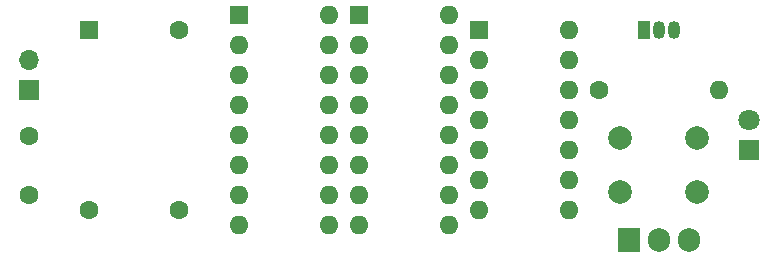
<source format=gbs>
G04 #@! TF.GenerationSoftware,KiCad,Pcbnew,8.0.9*
G04 #@! TF.CreationDate,2025-03-02T13:36:19+01:00*
G04 #@! TF.ProjectId,strobe,7374726f-6265-42e6-9b69-6361645f7063,rev?*
G04 #@! TF.SameCoordinates,Original*
G04 #@! TF.FileFunction,Soldermask,Bot*
G04 #@! TF.FilePolarity,Negative*
%FSLAX46Y46*%
G04 Gerber Fmt 4.6, Leading zero omitted, Abs format (unit mm)*
G04 Created by KiCad (PCBNEW 8.0.9) date 2025-03-02 13:36:19*
%MOMM*%
%LPD*%
G01*
G04 APERTURE LIST*
%ADD10R,1.600000X1.600000*%
%ADD11O,1.600000X1.600000*%
%ADD12R,1.050000X1.500000*%
%ADD13O,1.050000X1.500000*%
%ADD14C,2.000000*%
%ADD15R,1.800000X1.800000*%
%ADD16C,1.800000*%
%ADD17R,1.700000X1.700000*%
%ADD18O,1.700000X1.700000*%
%ADD19C,1.600000*%
%ADD20R,1.905000X2.000000*%
%ADD21O,1.905000X2.000000*%
G04 APERTURE END LIST*
D10*
X128270000Y-95250000D03*
D11*
X128270000Y-97790000D03*
X128270000Y-100330000D03*
X128270000Y-102870000D03*
X128270000Y-105410000D03*
X128270000Y-107950000D03*
X128270000Y-110490000D03*
X135890000Y-110490000D03*
X135890000Y-107950000D03*
X135890000Y-105410000D03*
X135890000Y-102870000D03*
X135890000Y-100330000D03*
X135890000Y-97790000D03*
X135890000Y-95250000D03*
D10*
X118110000Y-93980000D03*
D11*
X118110000Y-96520000D03*
X118110000Y-99060000D03*
X118110000Y-101600000D03*
X118110000Y-104140000D03*
X118110000Y-106680000D03*
X118110000Y-109220000D03*
X118110000Y-111760000D03*
X125730000Y-111760000D03*
X125730000Y-109220000D03*
X125730000Y-106680000D03*
X125730000Y-104140000D03*
X125730000Y-101600000D03*
X125730000Y-99060000D03*
X125730000Y-96520000D03*
X125730000Y-93980000D03*
D12*
X142240000Y-95250000D03*
D13*
X143510000Y-95250000D03*
X144780000Y-95250000D03*
D10*
X107950000Y-93980000D03*
D11*
X107950000Y-96520000D03*
X107950000Y-99060000D03*
X107950000Y-101600000D03*
X107950000Y-104140000D03*
X107950000Y-106680000D03*
X107950000Y-109220000D03*
X107950000Y-111760000D03*
X115570000Y-111760000D03*
X115570000Y-109220000D03*
X115570000Y-106680000D03*
X115570000Y-104140000D03*
X115570000Y-101600000D03*
X115570000Y-99060000D03*
X115570000Y-96520000D03*
X115570000Y-93980000D03*
D14*
X140260000Y-104430000D03*
X146760000Y-104430000D03*
X140260000Y-108930000D03*
X146760000Y-108930000D03*
D15*
X151130000Y-105390000D03*
D16*
X151130000Y-102850000D03*
D17*
X90170000Y-100330000D03*
D18*
X90170000Y-97790000D03*
D19*
X138430000Y-100330000D03*
D11*
X148590000Y-100330000D03*
D10*
X95250000Y-95250000D03*
D19*
X95250000Y-110490000D03*
X102870000Y-110490000D03*
X102870000Y-95250000D03*
X90170000Y-104220000D03*
X90170000Y-109220000D03*
D20*
X140970000Y-113030000D03*
D21*
X143510000Y-113030000D03*
X146050000Y-113030000D03*
M02*

</source>
